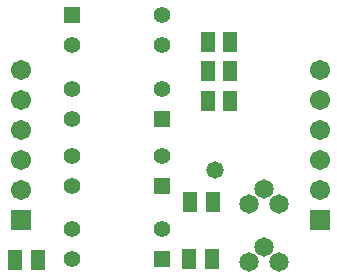
<source format=gbr>
G04*
G04 #@! TF.GenerationSoftware,Altium Limited,Altium Designer,23.0.1 (38)*
G04*
G04 Layer_Color=8388736*
%FSLAX44Y44*%
%MOMM*%
G71*
G04*
G04 #@! TF.SameCoordinates,5B070B88-F475-4B99-B5D3-003285C28A76*
G04*
G04*
G04 #@! TF.FilePolarity,Negative*
G04*
G01*
G75*
%ADD14R,1.2532X1.6532*%
%ADD15C,1.4032*%
%ADD16R,1.4032X1.4032*%
%ADD17R,1.7032X1.7032*%
%ADD18C,1.7032*%
%ADD19C,1.6432*%
%ADD20C,1.4732*%
D14*
X850000Y808498D02*
D03*
X831000D02*
D03*
X687354Y673370D02*
D03*
X668354D02*
D03*
X831035Y858080D02*
D03*
X850035D02*
D03*
X835490Y722748D02*
D03*
X816490D02*
D03*
X834348Y674065D02*
D03*
X815348D02*
D03*
X831035Y833594D02*
D03*
X850035D02*
D03*
D15*
X716330Y735900D02*
D03*
Y761300D02*
D03*
X792530D02*
D03*
X716330Y792822D02*
D03*
Y818222D02*
D03*
X792530D02*
D03*
X716330Y674514D02*
D03*
Y699914D02*
D03*
X792530D02*
D03*
X792530Y881334D02*
D03*
Y855934D02*
D03*
X716330D02*
D03*
D16*
X792530Y735900D02*
D03*
X792530Y792822D02*
D03*
Y674514D02*
D03*
X716330Y881334D02*
D03*
D17*
X673444Y707315D02*
D03*
X925827D02*
D03*
D18*
X673444Y732715D02*
D03*
Y758115D02*
D03*
Y783515D02*
D03*
Y808915D02*
D03*
Y834315D02*
D03*
X925827Y732715D02*
D03*
Y758115D02*
D03*
Y783515D02*
D03*
Y808915D02*
D03*
Y834315D02*
D03*
D19*
X866329Y720624D02*
D03*
X879029Y733324D02*
D03*
X891729Y720624D02*
D03*
X866329Y672104D02*
D03*
X879029Y684804D02*
D03*
X891729Y672104D02*
D03*
D20*
X837418Y749369D02*
D03*
M02*

</source>
